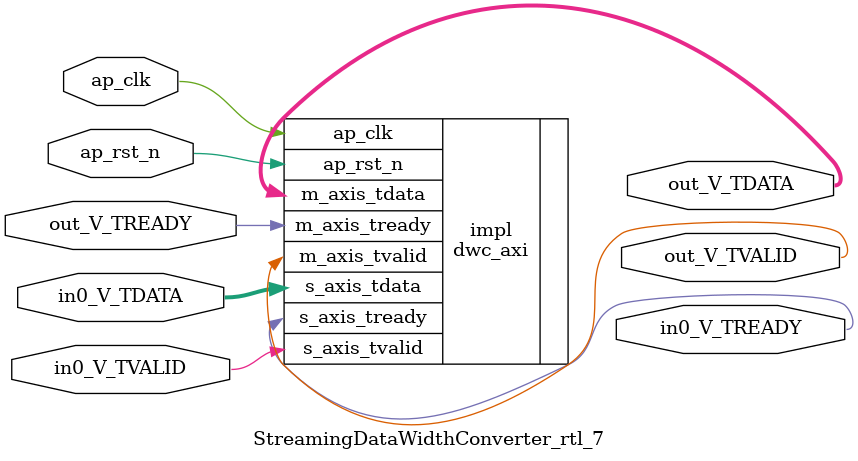
<source format=v>
/******************************************************************************
 * Copyright (C) 2023, Advanced Micro Devices, Inc.
 * All rights reserved.
 *
 * Redistribution and use in source and binary forms, with or without
 * modification, are permitted provided that the following conditions are met:
 *
 *  1. Redistributions of source code must retain the above copyright notice,
 *     this list of conditions and the following disclaimer.
 *
 *  2. Redistributions in binary form must reproduce the above copyright
 *     notice, this list of conditions and the following disclaimer in the
 *     documentation and/or other materials provided with the distribution.
 *
 *  3. Neither the name of the copyright holder nor the names of its
 *     contributors may be used to endorse or promote products derived from
 *     this software without specific prior written permission.
 *
 * THIS SOFTWARE IS PROVIDED BY THE COPYRIGHT HOLDERS AND CONTRIBUTORS "AS IS"
 * AND ANY EXPRESS OR IMPLIED WARRANTIES, INCLUDING, BUT NOT LIMITED TO,
 * THE IMPLIED WARRANTIES OF MERCHANTABILITY AND FITNESS FOR A PARTICULAR
 * PURPOSE ARE DISCLAIMED. IN NO EVENT SHALL THE COPYRIGHT HOLDER OR
 * CONTRIBUTORS BE LIABLE FOR ANY DIRECT, INDIRECT, INCIDENTAL, SPECIAL,
 * EXEMPLARY, OR CONSEQUENTIAL DAMAGES (INCLUDING, BUT NOT LIMITED TO,
 * PROCUREMENT OF SUBSTITUTE GOODS OR SERVICES; LOSS OF USE, DATA, OR PROFITS;
 * OR BUSINESS INTERRUPTION). HOWEVER CAUSED AND ON ANY THEORY OF LIABILITY,
 * WHETHER IN CONTRACT, STRICT LIABILITY, OR TORT (INCLUDING NEGLIGENCE OR
 * OTHERWISE) ARISING IN ANY WAY OUT OF THE USE OF THIS SOFTWARE, EVEN IF
 * ADVISED OF THE POSSIBILITY OF SUCH DAMAGE.
 *****************************************************************************/

module StreamingDataWidthConverter_rtl_7 #(
	parameter  IBITS = 256,
	parameter  OBITS = 4,

	parameter  AXI_IBITS = (IBITS+7)/8 * 8,
	parameter  AXI_OBITS = (OBITS+7)/8 * 8
)(
	//- Global Control ------------------
	(* X_INTERFACE_INFO = "xilinx.com:signal:clock:1.0 ap_clk CLK" *)
	(* X_INTERFACE_PARAMETER = "ASSOCIATED_BUSIF in0_V:out_V, ASSOCIATED_RESET ap_rst_n" *)
	input	ap_clk,
	(* X_INTERFACE_PARAMETER = "POLARITY ACTIVE_LOW" *)
	input	ap_rst_n,

	//- AXI Stream - Input --------------
	output	in0_V_TREADY,
	input	in0_V_TVALID,
	input	[AXI_IBITS-1:0]  in0_V_TDATA,

	//- AXI Stream - Output -------------
	input	out_V_TREADY,
	output	out_V_TVALID,
	output	[AXI_OBITS-1:0]  out_V_TDATA
);

	dwc_axi #(
		.IBITS(IBITS),
		.OBITS(OBITS)
	) impl (
		.ap_clk(ap_clk),
		.ap_rst_n(ap_rst_n),
		.s_axis_tready(in0_V_TREADY),
		.s_axis_tvalid(in0_V_TVALID),
		.s_axis_tdata(in0_V_TDATA),
		.m_axis_tready(out_V_TREADY),
		.m_axis_tvalid(out_V_TVALID),
		.m_axis_tdata(out_V_TDATA)
	);

endmodule

</source>
